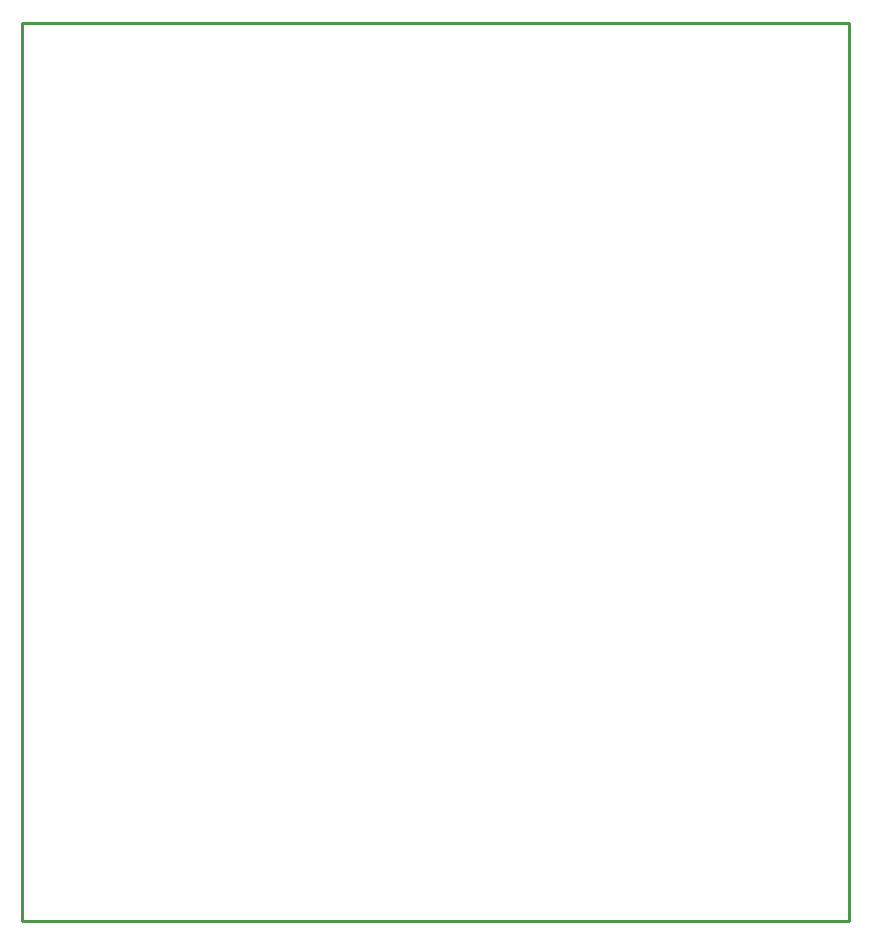
<source format=gbr>
%FSLAX25Y25*MOIN*%
%IR0*IPPOS*OFA0.00000B0.00000*MIA0B0*SFA1.00000B1.00000*%
%ADD10C,.01*%
G75*
%LPD*%
G75*
G54D10*
G01X0Y0D02*
X275591D01*
Y299213D01*
X0D01*
Y0D01*
M02*

</source>
